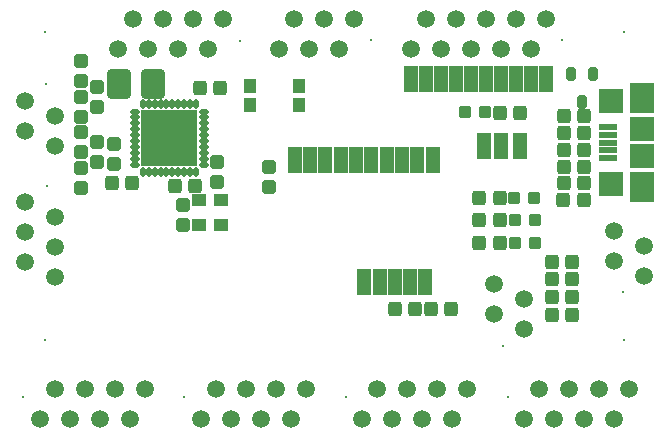
<source format=gts>
G04*
G04 #@! TF.GenerationSoftware,Altium Limited,Altium Designer,18.1.7 (191)*
G04*
G04 Layer_Color=8388736*
%FSLAX43Y43*%
%MOMM*%
G71*
G01*
G75*
%ADD16R,1.203X2.203*%
G04:AMPARAMS|DCode=17|XSize=1.203mm|YSize=1.103mm|CornerRadius=0.214mm|HoleSize=0mm|Usage=FLASHONLY|Rotation=90.000|XOffset=0mm|YOffset=0mm|HoleType=Round|Shape=RoundedRectangle|*
%AMROUNDEDRECTD17*
21,1,1.203,0.675,0,0,90.0*
21,1,0.775,1.103,0,0,90.0*
1,1,0.428,0.338,0.388*
1,1,0.428,0.338,-0.388*
1,1,0.428,-0.338,-0.388*
1,1,0.428,-0.338,0.388*
%
%ADD17ROUNDEDRECTD17*%
G04:AMPARAMS|DCode=18|XSize=2.503mm|YSize=2.003mm|CornerRadius=0.327mm|HoleSize=0mm|Usage=FLASHONLY|Rotation=90.000|XOffset=0mm|YOffset=0mm|HoleType=Round|Shape=RoundedRectangle|*
%AMROUNDEDRECTD18*
21,1,2.503,1.350,0,0,90.0*
21,1,1.850,2.003,0,0,90.0*
1,1,0.653,0.675,0.925*
1,1,0.653,0.675,-0.925*
1,1,0.653,-0.675,-0.925*
1,1,0.653,-0.675,0.925*
%
%ADD18ROUNDEDRECTD18*%
G04:AMPARAMS|DCode=19|XSize=0.453mm|YSize=0.803mm|CornerRadius=0.152mm|HoleSize=0mm|Usage=FLASHONLY|Rotation=0.000|XOffset=0mm|YOffset=0mm|HoleType=Round|Shape=RoundedRectangle|*
%AMROUNDEDRECTD19*
21,1,0.453,0.500,0,0,0.0*
21,1,0.150,0.803,0,0,0.0*
1,1,0.303,0.075,-0.250*
1,1,0.303,-0.075,-0.250*
1,1,0.303,-0.075,0.250*
1,1,0.303,0.075,0.250*
%
%ADD19ROUNDEDRECTD19*%
G04:AMPARAMS|DCode=20|XSize=0.453mm|YSize=0.803mm|CornerRadius=0.152mm|HoleSize=0mm|Usage=FLASHONLY|Rotation=270.000|XOffset=0mm|YOffset=0mm|HoleType=Round|Shape=RoundedRectangle|*
%AMROUNDEDRECTD20*
21,1,0.453,0.500,0,0,270.0*
21,1,0.150,0.803,0,0,270.0*
1,1,0.303,-0.250,-0.075*
1,1,0.303,-0.250,0.075*
1,1,0.303,0.250,0.075*
1,1,0.303,0.250,-0.075*
%
%ADD20ROUNDEDRECTD20*%
%ADD21R,4.803X4.803*%
G04:AMPARAMS|DCode=22|XSize=1.203mm|YSize=1.103mm|CornerRadius=0.214mm|HoleSize=0mm|Usage=FLASHONLY|Rotation=180.000|XOffset=0mm|YOffset=0mm|HoleType=Round|Shape=RoundedRectangle|*
%AMROUNDEDRECTD22*
21,1,1.203,0.675,0,0,180.0*
21,1,0.775,1.103,0,0,180.0*
1,1,0.428,-0.388,0.338*
1,1,0.428,0.388,0.338*
1,1,0.428,0.388,-0.338*
1,1,0.428,-0.388,-0.338*
%
%ADD22ROUNDEDRECTD22*%
%ADD23R,1.203X1.103*%
%ADD24R,1.103X1.203*%
G04:AMPARAMS|DCode=25|XSize=0.803mm|YSize=1.203mm|CornerRadius=0.177mm|HoleSize=0mm|Usage=FLASHONLY|Rotation=180.000|XOffset=0mm|YOffset=0mm|HoleType=Round|Shape=RoundedRectangle|*
%AMROUNDEDRECTD25*
21,1,0.803,0.850,0,0,180.0*
21,1,0.450,1.203,0,0,180.0*
1,1,0.353,-0.225,0.425*
1,1,0.353,0.225,0.425*
1,1,0.353,0.225,-0.425*
1,1,0.353,-0.225,-0.425*
%
%ADD25ROUNDEDRECTD25*%
G04:AMPARAMS|DCode=26|XSize=1.003mm|YSize=1.003mm|CornerRadius=0.202mm|HoleSize=0mm|Usage=FLASHONLY|Rotation=0.000|XOffset=0mm|YOffset=0mm|HoleType=Round|Shape=RoundedRectangle|*
%AMROUNDEDRECTD26*
21,1,1.003,0.600,0,0,0.0*
21,1,0.600,1.003,0,0,0.0*
1,1,0.403,0.300,-0.300*
1,1,0.403,-0.300,-0.300*
1,1,0.403,-0.300,0.300*
1,1,0.403,0.300,0.300*
%
%ADD26ROUNDEDRECTD26*%
%ADD27R,1.603X0.603*%
%ADD28R,2.103X2.503*%
%ADD29R,2.103X2.003*%
%ADD30C,0.203*%
%ADD31C,1.503*%
D16*
X43200Y24400D02*
D03*
X41600D02*
D03*
X40100D02*
D03*
X35100Y12900D02*
D03*
X45350Y30100D02*
D03*
X30600Y23200D02*
D03*
X44080Y30100D02*
D03*
X29300Y23200D02*
D03*
X42810Y30100D02*
D03*
X41540D02*
D03*
X40270D02*
D03*
X39000D02*
D03*
X28000Y23200D02*
D03*
X37730Y30100D02*
D03*
X26700Y23200D02*
D03*
X36460Y30100D02*
D03*
X25400Y23200D02*
D03*
X35190Y30100D02*
D03*
X24100Y23200D02*
D03*
X33920Y30100D02*
D03*
X33203Y23200D02*
D03*
X31900D02*
D03*
X30000Y12900D02*
D03*
X31300D02*
D03*
X32600D02*
D03*
X33851D02*
D03*
X35800Y23200D02*
D03*
X34500D02*
D03*
D17*
X46872Y26899D02*
D03*
X48572D02*
D03*
X48572Y22624D02*
D03*
X46872D02*
D03*
X41450Y16200D02*
D03*
X39750D02*
D03*
X48572Y21224D02*
D03*
X46872D02*
D03*
X48572Y24024D02*
D03*
X46872D02*
D03*
Y25499D02*
D03*
X48572D02*
D03*
X16100Y29300D02*
D03*
X17800D02*
D03*
X10313Y21254D02*
D03*
X8613D02*
D03*
X14000Y21040D02*
D03*
X15700D02*
D03*
X48562Y19824D02*
D03*
X46862D02*
D03*
X41525Y27200D02*
D03*
X43225D02*
D03*
X37310Y10600D02*
D03*
X35610D02*
D03*
X32601D02*
D03*
X34301D02*
D03*
X41450Y18100D02*
D03*
X39750D02*
D03*
X41450Y20000D02*
D03*
X39750D02*
D03*
X45850Y14600D02*
D03*
X47550D02*
D03*
X45850Y13100D02*
D03*
X47550D02*
D03*
X45850Y11600D02*
D03*
X47550D02*
D03*
X45850Y10100D02*
D03*
X47550D02*
D03*
D18*
X9200Y29650D02*
D03*
X12100D02*
D03*
D19*
X15750Y27950D02*
D03*
X15250D02*
D03*
X14750D02*
D03*
X14250D02*
D03*
X13750D02*
D03*
X13250D02*
D03*
X12750D02*
D03*
X12250D02*
D03*
X11750D02*
D03*
X11250D02*
D03*
Y22150D02*
D03*
X11750D02*
D03*
X12250D02*
D03*
X12750D02*
D03*
X13250D02*
D03*
X13750D02*
D03*
X14250D02*
D03*
X14750D02*
D03*
X15250D02*
D03*
X15750D02*
D03*
D20*
X10600Y27300D02*
D03*
Y26800D02*
D03*
Y26300D02*
D03*
Y25800D02*
D03*
Y25300D02*
D03*
Y24800D02*
D03*
Y24300D02*
D03*
Y23800D02*
D03*
Y23300D02*
D03*
Y22800D02*
D03*
X16400D02*
D03*
Y23300D02*
D03*
Y23800D02*
D03*
Y24300D02*
D03*
Y24800D02*
D03*
Y25300D02*
D03*
Y25800D02*
D03*
Y26300D02*
D03*
Y26800D02*
D03*
Y27300D02*
D03*
D21*
X13500Y25050D02*
D03*
D22*
X6000Y23840D02*
D03*
Y25540D02*
D03*
X7400Y24750D02*
D03*
Y23050D02*
D03*
X6000Y20850D02*
D03*
Y22550D02*
D03*
X8800Y24550D02*
D03*
Y22850D02*
D03*
X6000Y26850D02*
D03*
Y28550D02*
D03*
X7400Y29400D02*
D03*
Y27700D02*
D03*
X6000Y29850D02*
D03*
Y31550D02*
D03*
X14675Y17710D02*
D03*
Y19410D02*
D03*
X17500Y21350D02*
D03*
Y23050D02*
D03*
X21900Y22650D02*
D03*
Y20950D02*
D03*
D23*
X16009Y17712D02*
D03*
Y19812D02*
D03*
X17909D02*
D03*
Y17712D02*
D03*
D24*
X24450Y27900D02*
D03*
X20350D02*
D03*
X24450Y29500D02*
D03*
X20350D02*
D03*
D25*
X48450Y28150D02*
D03*
X47500Y30450D02*
D03*
X49400D02*
D03*
D26*
X44400Y20000D02*
D03*
X42700D02*
D03*
X44420Y18100D02*
D03*
X42720D02*
D03*
X44420Y16200D02*
D03*
X42720D02*
D03*
X38500Y27225D02*
D03*
X40200D02*
D03*
D27*
X50672Y23374D02*
D03*
Y24024D02*
D03*
Y24674D02*
D03*
Y25324D02*
D03*
Y25974D02*
D03*
D28*
X53522Y20924D02*
D03*
Y28432D02*
D03*
D29*
Y23524D02*
D03*
Y25824D02*
D03*
X50922Y21174D02*
D03*
Y28174D02*
D03*
D30*
X42160Y3100D02*
D03*
X28420D02*
D03*
X14760D02*
D03*
X1120D02*
D03*
X41740Y7490D02*
D03*
X51900Y12000D02*
D03*
X46750Y33340D02*
D03*
X30570D02*
D03*
X3060Y29610D02*
D03*
X3100Y21040D02*
D03*
X52000Y34000D02*
D03*
X3000D02*
D03*
Y8000D02*
D03*
X52000D02*
D03*
X19440Y33300D02*
D03*
D31*
X52450Y3840D02*
D03*
X51180Y1300D02*
D03*
X49910Y3840D02*
D03*
X48640Y1300D02*
D03*
X47370Y3840D02*
D03*
X46100Y1300D02*
D03*
X44830Y3840D02*
D03*
X43560Y1300D02*
D03*
X38710Y3840D02*
D03*
X37440Y1300D02*
D03*
X36170Y3840D02*
D03*
X34900Y1300D02*
D03*
X33630Y3840D02*
D03*
X32360Y1300D02*
D03*
X31090Y3840D02*
D03*
X29820Y1300D02*
D03*
X25050Y3840D02*
D03*
X23780Y1300D02*
D03*
X22510Y3840D02*
D03*
X21240Y1300D02*
D03*
X19970Y3840D02*
D03*
X18700Y1300D02*
D03*
X17430Y3840D02*
D03*
X16160Y1300D02*
D03*
X11410Y3840D02*
D03*
X10140Y1300D02*
D03*
X8870Y3840D02*
D03*
X7600Y1300D02*
D03*
X6330Y3840D02*
D03*
X5060Y1300D02*
D03*
X3790Y3840D02*
D03*
X2520Y1300D02*
D03*
X43540Y8890D02*
D03*
X41000Y10160D02*
D03*
X43540Y11430D02*
D03*
X41000Y12700D02*
D03*
X53700Y13400D02*
D03*
X51160Y14670D02*
D03*
X53700Y15940D02*
D03*
X51160Y17210D02*
D03*
X36460Y32600D02*
D03*
X37730Y35140D02*
D03*
X39000Y32600D02*
D03*
X40270Y35140D02*
D03*
X41540Y32600D02*
D03*
X42810Y35140D02*
D03*
X44080Y32600D02*
D03*
X45350Y35140D02*
D03*
X35190D02*
D03*
X33920Y32600D02*
D03*
X22820D02*
D03*
X24090Y35140D02*
D03*
X25360Y32600D02*
D03*
X26630Y35140D02*
D03*
X27900Y32600D02*
D03*
X29170Y35140D02*
D03*
X1260Y28210D02*
D03*
X3800Y26940D02*
D03*
X1260Y25670D02*
D03*
X3800Y24400D02*
D03*
X3840Y13290D02*
D03*
X1300Y14560D02*
D03*
X3840Y15830D02*
D03*
X1300Y17100D02*
D03*
X3840Y18370D02*
D03*
X1300Y19640D02*
D03*
X9150Y32560D02*
D03*
X10420Y35100D02*
D03*
X11690Y32560D02*
D03*
X12960Y35100D02*
D03*
X14230Y32560D02*
D03*
X15500Y35100D02*
D03*
X16770Y32560D02*
D03*
X18040Y35100D02*
D03*
M02*

</source>
